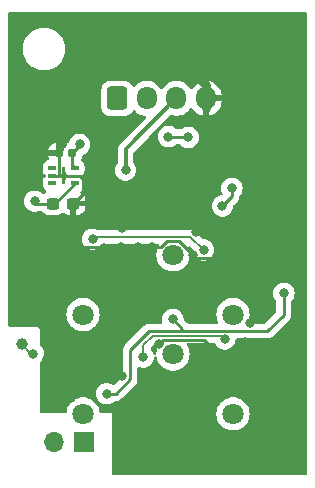
<source format=gbr>
%TF.GenerationSoftware,KiCad,Pcbnew,8.0.0*%
%TF.CreationDate,2024-03-24T11:45:01-04:00*%
%TF.ProjectId,sensor,73656e73-6f72-42e6-9b69-6361645f7063,rev?*%
%TF.SameCoordinates,Original*%
%TF.FileFunction,Copper,L2,Bot*%
%TF.FilePolarity,Positive*%
%FSLAX46Y46*%
G04 Gerber Fmt 4.6, Leading zero omitted, Abs format (unit mm)*
G04 Created by KiCad (PCBNEW 8.0.0) date 2024-03-24 11:45:01*
%MOMM*%
%LPD*%
G01*
G04 APERTURE LIST*
G04 Aperture macros list*
%AMRoundRect*
0 Rectangle with rounded corners*
0 $1 Rounding radius*
0 $2 $3 $4 $5 $6 $7 $8 $9 X,Y pos of 4 corners*
0 Add a 4 corners polygon primitive as box body*
4,1,4,$2,$3,$4,$5,$6,$7,$8,$9,$2,$3,0*
0 Add four circle primitives for the rounded corners*
1,1,$1+$1,$2,$3*
1,1,$1+$1,$4,$5*
1,1,$1+$1,$6,$7*
1,1,$1+$1,$8,$9*
0 Add four rect primitives between the rounded corners*
20,1,$1+$1,$2,$3,$4,$5,0*
20,1,$1+$1,$4,$5,$6,$7,0*
20,1,$1+$1,$6,$7,$8,$9,0*
20,1,$1+$1,$8,$9,$2,$3,0*%
G04 Aperture macros list end*
%TA.AperFunction,ComponentPad*%
%ADD10RoundRect,0.250000X-0.600000X-0.725000X0.600000X-0.725000X0.600000X0.725000X-0.600000X0.725000X0*%
%TD*%
%TA.AperFunction,ComponentPad*%
%ADD11O,1.700000X1.950000*%
%TD*%
%TA.AperFunction,ComponentPad*%
%ADD12R,1.700000X1.700000*%
%TD*%
%TA.AperFunction,ComponentPad*%
%ADD13O,1.700000X1.700000*%
%TD*%
%TA.AperFunction,SMDPad,CuDef*%
%ADD14C,1.000000*%
%TD*%
%TA.AperFunction,ComponentPad*%
%ADD15C,1.800000*%
%TD*%
%TA.AperFunction,SMDPad,CuDef*%
%ADD16RoundRect,0.237500X-0.300000X-0.237500X0.300000X-0.237500X0.300000X0.237500X-0.300000X0.237500X0*%
%TD*%
%TA.AperFunction,SMDPad,CuDef*%
%ADD17RoundRect,0.155000X0.212500X0.155000X-0.212500X0.155000X-0.212500X-0.155000X0.212500X-0.155000X0*%
%TD*%
%TA.AperFunction,SMDPad,CuDef*%
%ADD18RoundRect,0.100000X-0.225000X-0.100000X0.225000X-0.100000X0.225000X0.100000X-0.225000X0.100000X0*%
%TD*%
%TA.AperFunction,ViaPad*%
%ADD19C,0.800000*%
%TD*%
%TA.AperFunction,Conductor*%
%ADD20C,0.250000*%
%TD*%
%TA.AperFunction,Conductor*%
%ADD21C,0.300000*%
%TD*%
%TA.AperFunction,Conductor*%
%ADD22C,0.800000*%
%TD*%
%TA.AperFunction,Conductor*%
%ADD23C,0.160000*%
%TD*%
%TA.AperFunction,Conductor*%
%ADD24C,0.200000*%
%TD*%
G04 APERTURE END LIST*
D10*
%TO.P,J1,1,Pin_1*%
%TO.N,/+VIN*%
X87700000Y-57700000D03*
D11*
%TO.P,J1,2,Pin_2*%
%TO.N,/enable*%
X90200000Y-57700000D03*
%TO.P,J1,3,Pin_3*%
%TO.N,/sense*%
X92700000Y-57700000D03*
%TO.P,J1,4,Pin_4*%
%TO.N,GND*%
X95200000Y-57700000D03*
%TD*%
D12*
%TO.P,J2,1,Pin_1*%
%TO.N,Net-(J2-Pin_1)*%
X84900000Y-86800000D03*
D13*
%TO.P,J2,2,Pin_2*%
%TO.N,Net-(J2-Pin_2)*%
X82360000Y-86800000D03*
%TD*%
D14*
%TO.P,TP5,1,1*%
%TO.N,Net-(U1A--)*%
X79600000Y-78500000D03*
%TD*%
D15*
%TO.P,RV1,1,1*%
%TO.N,Net-(J2-Pin_1)*%
X84800000Y-84400000D03*
%TO.P,RV1,2,2*%
%TO.N,Net-(R4-Pad1)*%
X92420000Y-79340000D03*
%TO.P,RV1,3,3*%
X97500000Y-84400000D03*
%TD*%
D16*
%TO.P,C9,1*%
%TO.N,/+VDD*%
X82237500Y-66600000D03*
%TO.P,C9,2*%
%TO.N,GND*%
X83962500Y-66600000D03*
%TD*%
D17*
%TO.P,C8,1*%
%TO.N,/+VIN*%
X83867500Y-62300000D03*
%TO.P,C8,2*%
%TO.N,GND*%
X82732500Y-62300000D03*
%TD*%
D18*
%TO.P,U5,1,NC*%
%TO.N,unconnected-(U5-NC-Pad1)*%
X82200000Y-64900000D03*
%TO.P,U5,2,GND*%
%TO.N,GND*%
X82200000Y-64250000D03*
%TO.P,U5,3,NC*%
%TO.N,unconnected-(U5-NC-Pad3)*%
X82200000Y-63600000D03*
%TO.P,U5,4,IN*%
%TO.N,/+VIN*%
X84100000Y-63600000D03*
%TO.P,U5,5,OUT*%
%TO.N,/+VDD*%
X84100000Y-64900000D03*
%TD*%
D15*
%TO.P,RV2,1,1*%
%TO.N,Net-(R3-Pad1)*%
X84800000Y-76000000D03*
%TO.P,RV2,2,2*%
%TO.N,Net-(J2-Pin_1)*%
X92420000Y-70940000D03*
%TO.P,RV2,3,3*%
X97500000Y-76000000D03*
%TD*%
D19*
%TO.N,/+VDDA*%
X92400000Y-76400000D03*
X93700000Y-61000000D03*
X101800000Y-74200000D03*
X92030245Y-60930245D03*
X86800000Y-82700000D03*
%TO.N,GND*%
X79800000Y-71000000D03*
X98500000Y-78300000D03*
X90325098Y-64400000D03*
X98930372Y-76722600D03*
X86200000Y-80200000D03*
X91002500Y-66067598D03*
X89425000Y-70275000D03*
X81735078Y-79774801D03*
X90675000Y-70275000D03*
X95500000Y-62500000D03*
X91200000Y-78500000D03*
X87600000Y-76400000D03*
X80000000Y-74500000D03*
X86575000Y-70325000D03*
X83800000Y-83100000D03*
X98300000Y-69500000D03*
X94072548Y-70927452D03*
X100000000Y-74800000D03*
X93142097Y-82557903D03*
X100300000Y-70600000D03*
X95000000Y-82500000D03*
X87975000Y-70300000D03*
X88100000Y-68700000D03*
X89900000Y-82500000D03*
X94342493Y-68971115D03*
X83000000Y-61600000D03*
X88100000Y-81200000D03*
%TO.N,/+VDD*%
X80700000Y-66400000D03*
%TO.N,Net-(U1A--)*%
X80600000Y-79300000D03*
%TO.N,/+VIN*%
X84500000Y-61600000D03*
%TO.N,/sense*%
X88400000Y-63777400D03*
%TO.N,Net-(J2-Pin_1)*%
X96800000Y-78077400D03*
X89900000Y-79600000D03*
%TO.N,/ref2*%
X96602500Y-66800000D03*
X97402671Y-65297329D03*
%TO.N,Net-(R18-Pad2)*%
X95000000Y-70522600D03*
X85600000Y-69622600D03*
%TD*%
D20*
%TO.N,/+VDDA*%
X93200000Y-77200000D02*
X93200000Y-77400000D01*
X92400000Y-76400000D02*
X93200000Y-77200000D01*
X86800000Y-82700000D02*
X87557989Y-82700000D01*
X87557989Y-82700000D02*
X88777400Y-81480589D01*
X101800000Y-76000000D02*
X101800000Y-74200000D01*
X90400000Y-77400000D02*
X93200000Y-77400000D01*
X100400000Y-77400000D02*
X101800000Y-76000000D01*
X92030245Y-60930245D02*
X93630245Y-60930245D01*
X93200000Y-77400000D02*
X100400000Y-77400000D01*
X88777400Y-79022600D02*
X90400000Y-77400000D01*
X93630245Y-60930245D02*
X93700000Y-61000000D01*
X88777400Y-81480589D02*
X88777400Y-79022600D01*
%TO.N,GND*%
X83000000Y-62032500D02*
X82732500Y-62300000D01*
X79800000Y-71000000D02*
X80500000Y-70300000D01*
X91394904Y-70300000D02*
X91932304Y-69762600D01*
X82775000Y-64250000D02*
X82200000Y-64250000D01*
X83800000Y-83100000D02*
X85700000Y-81200000D01*
X83000000Y-61600000D02*
X83000000Y-62032500D01*
D21*
X91938878Y-66567500D02*
X91502402Y-66567500D01*
D20*
X87100000Y-80200000D02*
X88100000Y-81200000D01*
X91537400Y-78162600D02*
X95062600Y-78162600D01*
X80000000Y-74500000D02*
X80000000Y-71200000D01*
X95062600Y-78162600D02*
X97350000Y-80450000D01*
D22*
X83000000Y-58400000D02*
X83000000Y-61600000D01*
D20*
X82802400Y-64222600D02*
X82775000Y-64250000D01*
X82200000Y-64250000D02*
X84529800Y-64250000D01*
D23*
X94900000Y-82500000D02*
X95000000Y-82500000D01*
D20*
X97350000Y-80450000D02*
X95300000Y-82500000D01*
X87600000Y-76400000D02*
X87600000Y-80700000D01*
X86575000Y-70325000D02*
X86600000Y-70300000D01*
X98500000Y-79300000D02*
X97350000Y-80450000D01*
X94202500Y-66567500D02*
X91502402Y-66567500D01*
D22*
X95200000Y-56600000D02*
X92500000Y-53900000D01*
D20*
X82500000Y-70300000D02*
X86550000Y-70300000D01*
X90650000Y-70300000D02*
X90675000Y-70275000D01*
X81735078Y-79774801D02*
X82160277Y-80200000D01*
X98500000Y-78300000D02*
X98500000Y-79300000D01*
X82500000Y-70300000D02*
X83962500Y-68837500D01*
X98200000Y-69600000D02*
X98300000Y-69500000D01*
X88370098Y-68700000D02*
X91002500Y-66067598D01*
X93600000Y-64400000D02*
X90325098Y-64400000D01*
X82160277Y-80200000D02*
X86200000Y-80200000D01*
X92907696Y-69762600D02*
X94072548Y-70927452D01*
D22*
X95200000Y-58500000D02*
X95200000Y-56600000D01*
D20*
X91502402Y-66567500D02*
X91002500Y-66067598D01*
X87975000Y-70300000D02*
X89400000Y-70300000D01*
X90700000Y-70300000D02*
X91394904Y-70300000D01*
X99577400Y-73077400D02*
X98100000Y-71600000D01*
D23*
X100000000Y-74800000D02*
X99577400Y-74800000D01*
D22*
X87500000Y-53900000D02*
X83000000Y-58400000D01*
X92500000Y-53900000D02*
X87500000Y-53900000D01*
D20*
X91002500Y-66067598D02*
X91002500Y-65077402D01*
X99577400Y-76075572D02*
X99577400Y-74800000D01*
X89400000Y-70300000D02*
X89425000Y-70275000D01*
X84529800Y-64250000D02*
X84800000Y-64520200D01*
X94900000Y-82500000D02*
X89900000Y-82500000D01*
X86600000Y-70300000D02*
X87975000Y-70300000D01*
X88100000Y-68700000D02*
X88370098Y-68700000D01*
X80000000Y-71200000D02*
X79800000Y-71000000D01*
X86200000Y-80200000D02*
X87100000Y-80200000D01*
X91932304Y-69762600D02*
X92907696Y-69762600D01*
X98930372Y-76722600D02*
X99577400Y-76075572D01*
X89425000Y-70275000D02*
X89450000Y-70300000D01*
X87600000Y-80700000D02*
X88100000Y-81200000D01*
X95272500Y-66567500D02*
X95302500Y-66597500D01*
X82802400Y-62369900D02*
X82802400Y-64222600D01*
X83962500Y-68837500D02*
X83962500Y-66600000D01*
X84800000Y-65762500D02*
X83962500Y-66600000D01*
X84800000Y-64520200D02*
X84800000Y-65762500D01*
X85700000Y-81200000D02*
X88100000Y-81200000D01*
X99400000Y-70600000D02*
X98300000Y-69500000D01*
X98100000Y-71600000D02*
X98200000Y-71500000D01*
X89450000Y-70300000D02*
X90650000Y-70300000D01*
X82732500Y-62300000D02*
X82802400Y-62369900D01*
X95300000Y-82500000D02*
X95000000Y-82500000D01*
X94345096Y-71200000D02*
X97700000Y-71200000D01*
X100300000Y-70600000D02*
X99400000Y-70600000D01*
X90675000Y-70275000D02*
X90700000Y-70300000D01*
X80500000Y-70300000D02*
X82500000Y-70300000D01*
X94072548Y-70927452D02*
X94345096Y-71200000D01*
X98200000Y-71500000D02*
X98200000Y-69600000D01*
X91002500Y-65077402D02*
X90325098Y-64400000D01*
X97700000Y-71200000D02*
X98100000Y-71600000D01*
X95500000Y-62500000D02*
X93600000Y-64400000D01*
D21*
X94342493Y-68971115D02*
X91938878Y-66567500D01*
D20*
X86550000Y-70300000D02*
X86575000Y-70325000D01*
X91200000Y-78500000D02*
X91537400Y-78162600D01*
X99577400Y-74800000D02*
X99577400Y-73077400D01*
X94202500Y-66567500D02*
X95272500Y-66567500D01*
%TO.N,/+VDD*%
X82400000Y-66600000D02*
X84100000Y-64900000D01*
X80900000Y-66600000D02*
X82237500Y-66600000D01*
X80700000Y-66400000D02*
X80900000Y-66600000D01*
X82237500Y-66600000D02*
X82400000Y-66600000D01*
D24*
%TO.N,Net-(U1A--)*%
X80600000Y-79300000D02*
X80400000Y-79300000D01*
X80400000Y-79300000D02*
X79600000Y-78500000D01*
D20*
%TO.N,/+VIN*%
X84500000Y-61667500D02*
X83867500Y-62300000D01*
X84500000Y-61600000D02*
X84500000Y-61667500D01*
X83867500Y-62300000D02*
X83867500Y-63367500D01*
X83867500Y-63367500D02*
X84100000Y-63600000D01*
D21*
%TO.N,/sense*%
X88400000Y-63777400D02*
X88400000Y-62000000D01*
X88400000Y-62000000D02*
X92700000Y-57700000D01*
D23*
%TO.N,Net-(J2-Pin_1)*%
X89900000Y-78600000D02*
X90700000Y-77800000D01*
X90700000Y-77800000D02*
X96522600Y-77800000D01*
X89900000Y-79600000D02*
X89900000Y-78600000D01*
X96522600Y-77800000D02*
X96800000Y-78077400D01*
D20*
%TO.N,/ref2*%
X97402671Y-65297329D02*
X97402671Y-65999829D01*
X97402671Y-65999829D02*
X96602500Y-66800000D01*
D23*
%TO.N,Net-(R18-Pad2)*%
X93882600Y-69405200D02*
X95000000Y-70522600D01*
X85817400Y-69405200D02*
X93882600Y-69405200D01*
X85600000Y-69622600D02*
X85817400Y-69405200D01*
%TD*%
%TA.AperFunction,Conductor*%
%TO.N,GND*%
G36*
X91211874Y-78400185D02*
G01*
X91257629Y-78452989D01*
X91267573Y-78522147D01*
X91248644Y-78572321D01*
X91184077Y-78671149D01*
X91090842Y-78883699D01*
X91033866Y-79108691D01*
X91033864Y-79108703D01*
X91014352Y-79344184D01*
X90989199Y-79409369D01*
X90932797Y-79450607D01*
X90863053Y-79454805D01*
X90802112Y-79420631D01*
X90772845Y-79372262D01*
X90762360Y-79339993D01*
X90727179Y-79231716D01*
X90632533Y-79067784D01*
X90551601Y-78977900D01*
X90531528Y-78955606D01*
X90501298Y-78892614D01*
X90509923Y-78823279D01*
X90535994Y-78784956D01*
X90904132Y-78416819D01*
X90965455Y-78383334D01*
X90991813Y-78380500D01*
X91144835Y-78380500D01*
X91211874Y-78400185D01*
G37*
%TD.AperFunction*%
%TA.AperFunction,Conductor*%
G36*
X83230701Y-63498920D02*
G01*
X83264049Y-63545153D01*
X83265050Y-63547568D01*
X83274500Y-63595047D01*
X83274500Y-63739362D01*
X83289953Y-63856753D01*
X83289956Y-63856762D01*
X83298835Y-63878199D01*
X83350464Y-64002841D01*
X83446718Y-64128282D01*
X83477140Y-64151625D01*
X83518341Y-64208052D01*
X83522496Y-64277798D01*
X83488283Y-64338719D01*
X83477146Y-64348369D01*
X83446719Y-64371717D01*
X83446718Y-64371718D01*
X83350463Y-64497160D01*
X83289956Y-64643237D01*
X83289955Y-64643239D01*
X83274501Y-64760629D01*
X83274501Y-64760636D01*
X83274500Y-64760645D01*
X83274500Y-64789547D01*
X83254815Y-64856586D01*
X83238137Y-64877272D01*
X83237136Y-64878272D01*
X83175797Y-64911726D01*
X83106107Y-64906707D01*
X83050195Y-64864808D01*
X83025811Y-64799331D01*
X83025499Y-64790547D01*
X83025499Y-64760636D01*
X83010046Y-64643246D01*
X83010044Y-64643239D01*
X83010044Y-64643238D01*
X83001162Y-64621797D01*
X82993694Y-64552328D01*
X83001164Y-64526890D01*
X83009555Y-64506632D01*
X83009555Y-64506630D01*
X83017012Y-64450000D01*
X82974500Y-64450000D01*
X82907461Y-64430315D01*
X82876125Y-64401487D01*
X82853283Y-64371719D01*
X82853282Y-64371718D01*
X82822860Y-64348374D01*
X82781658Y-64291949D01*
X82777503Y-64222203D01*
X82811714Y-64161282D01*
X82822851Y-64151631D01*
X82853282Y-64128282D01*
X82865021Y-64112982D01*
X82876125Y-64098513D01*
X82932553Y-64057310D01*
X82974500Y-64050000D01*
X83017010Y-64050000D01*
X83017011Y-64049998D01*
X83009558Y-63993377D01*
X83009554Y-63993365D01*
X83001163Y-63973106D01*
X82993694Y-63903637D01*
X83001164Y-63878199D01*
X83010044Y-63856762D01*
X83025500Y-63739361D01*
X83025499Y-63592632D01*
X83045183Y-63525594D01*
X83097987Y-63479839D01*
X83167145Y-63469895D01*
X83230701Y-63498920D01*
G37*
%TD.AperFunction*%
%TA.AperFunction,Conductor*%
G36*
X103661539Y-50401185D02*
G01*
X103707294Y-50453989D01*
X103718500Y-50505500D01*
X103718500Y-89494500D01*
X103698815Y-89561539D01*
X103646011Y-89607294D01*
X103594500Y-89618500D01*
X87399000Y-89618500D01*
X87331961Y-89598815D01*
X87286206Y-89546011D01*
X87275000Y-89494500D01*
X87275000Y-84400006D01*
X96094700Y-84400006D01*
X96113864Y-84631297D01*
X96113866Y-84631308D01*
X96170842Y-84856300D01*
X96264075Y-85068848D01*
X96391016Y-85263147D01*
X96391019Y-85263151D01*
X96391021Y-85263153D01*
X96548216Y-85433913D01*
X96548219Y-85433915D01*
X96548222Y-85433918D01*
X96731365Y-85576464D01*
X96731371Y-85576468D01*
X96731374Y-85576470D01*
X96935497Y-85686936D01*
X97049487Y-85726068D01*
X97155015Y-85762297D01*
X97155017Y-85762297D01*
X97155019Y-85762298D01*
X97383951Y-85800500D01*
X97383952Y-85800500D01*
X97616048Y-85800500D01*
X97616049Y-85800500D01*
X97844981Y-85762298D01*
X98064503Y-85686936D01*
X98268626Y-85576470D01*
X98451784Y-85433913D01*
X98608979Y-85263153D01*
X98735924Y-85068849D01*
X98829157Y-84856300D01*
X98886134Y-84631305D01*
X98905300Y-84400000D01*
X98905300Y-84399993D01*
X98886135Y-84168702D01*
X98886133Y-84168691D01*
X98829157Y-83943699D01*
X98735924Y-83731151D01*
X98608983Y-83536852D01*
X98608980Y-83536849D01*
X98608979Y-83536847D01*
X98451784Y-83366087D01*
X98451779Y-83366083D01*
X98451777Y-83366081D01*
X98268634Y-83223535D01*
X98268628Y-83223531D01*
X98064504Y-83113064D01*
X98064495Y-83113061D01*
X97844984Y-83037702D01*
X97673282Y-83009050D01*
X97616049Y-82999500D01*
X97383951Y-82999500D01*
X97338164Y-83007140D01*
X97155015Y-83037702D01*
X96935504Y-83113061D01*
X96935495Y-83113064D01*
X96731371Y-83223531D01*
X96731365Y-83223535D01*
X96548222Y-83366081D01*
X96548219Y-83366084D01*
X96548216Y-83366086D01*
X96548216Y-83366087D01*
X96489267Y-83430122D01*
X96391016Y-83536852D01*
X96264075Y-83731151D01*
X96170842Y-83943699D01*
X96113866Y-84168691D01*
X96113864Y-84168702D01*
X96094700Y-84399993D01*
X96094700Y-84400006D01*
X87275000Y-84400006D01*
X87275000Y-84300000D01*
X87236317Y-84338682D01*
X87174997Y-84372166D01*
X87148638Y-84375000D01*
X86317379Y-84375000D01*
X86250340Y-84355315D01*
X86204585Y-84302511D01*
X86193803Y-84261240D01*
X86186135Y-84168703D01*
X86186133Y-84168691D01*
X86129157Y-83943699D01*
X86035924Y-83731151D01*
X85908983Y-83536852D01*
X85908980Y-83536849D01*
X85908979Y-83536847D01*
X85751784Y-83366087D01*
X85751779Y-83366083D01*
X85751777Y-83366081D01*
X85568634Y-83223535D01*
X85568628Y-83223531D01*
X85364504Y-83113064D01*
X85364495Y-83113061D01*
X85144984Y-83037702D01*
X84973282Y-83009050D01*
X84916049Y-82999500D01*
X84683951Y-82999500D01*
X84638164Y-83007140D01*
X84455015Y-83037702D01*
X84235504Y-83113061D01*
X84235495Y-83113064D01*
X84031371Y-83223531D01*
X84031365Y-83223535D01*
X83848222Y-83366081D01*
X83848219Y-83366084D01*
X83848216Y-83366086D01*
X83848216Y-83366087D01*
X83789267Y-83430122D01*
X83691016Y-83536852D01*
X83564075Y-83731151D01*
X83470842Y-83943699D01*
X83413866Y-84168691D01*
X83413864Y-84168703D01*
X83406197Y-84261240D01*
X83381044Y-84326425D01*
X83324642Y-84367663D01*
X83282621Y-84375000D01*
X81299000Y-84375000D01*
X81231961Y-84355315D01*
X81186206Y-84302511D01*
X81175000Y-84251000D01*
X81175000Y-82700000D01*
X85894540Y-82700000D01*
X85914326Y-82888256D01*
X85914327Y-82888259D01*
X85972818Y-83068277D01*
X85972821Y-83068284D01*
X86067467Y-83232216D01*
X86188000Y-83366081D01*
X86194129Y-83372888D01*
X86347265Y-83484148D01*
X86347270Y-83484151D01*
X86520192Y-83561142D01*
X86520197Y-83561144D01*
X86705354Y-83600500D01*
X86705355Y-83600500D01*
X86894644Y-83600500D01*
X86894646Y-83600500D01*
X87079803Y-83561144D01*
X87252730Y-83484151D01*
X87405871Y-83372888D01*
X87408788Y-83369647D01*
X87411600Y-83366526D01*
X87471087Y-83329879D01*
X87503748Y-83325500D01*
X87619596Y-83325500D01*
X87680018Y-83313481D01*
X87740441Y-83301463D01*
X87790485Y-83280734D01*
X87854275Y-83254312D01*
X87905498Y-83220084D01*
X87956722Y-83185858D01*
X88043847Y-83098733D01*
X88043847Y-83098731D01*
X88054055Y-83088524D01*
X88054056Y-83088521D01*
X89263258Y-81879322D01*
X89331712Y-81776874D01*
X89378863Y-81663040D01*
X89402901Y-81542195D01*
X89402901Y-81418982D01*
X89402901Y-81413872D01*
X89402900Y-81413846D01*
X89402900Y-80555340D01*
X89422585Y-80488301D01*
X89475389Y-80442546D01*
X89544547Y-80432602D01*
X89577335Y-80442060D01*
X89620197Y-80461144D01*
X89805354Y-80500500D01*
X89805355Y-80500500D01*
X89994644Y-80500500D01*
X89994646Y-80500500D01*
X90179803Y-80461144D01*
X90352730Y-80384151D01*
X90505871Y-80272888D01*
X90632533Y-80132216D01*
X90727179Y-79968284D01*
X90785674Y-79788256D01*
X90801858Y-79634266D01*
X90828441Y-79569655D01*
X90885738Y-79529670D01*
X90955557Y-79527010D01*
X91015731Y-79562519D01*
X91045383Y-79616790D01*
X91090841Y-79796295D01*
X91090841Y-79796296D01*
X91184075Y-80008848D01*
X91311016Y-80203147D01*
X91311019Y-80203151D01*
X91311021Y-80203153D01*
X91468216Y-80373913D01*
X91468219Y-80373915D01*
X91468222Y-80373918D01*
X91651365Y-80516464D01*
X91651371Y-80516468D01*
X91651374Y-80516470D01*
X91855497Y-80626936D01*
X91969487Y-80666068D01*
X92075015Y-80702297D01*
X92075017Y-80702297D01*
X92075019Y-80702298D01*
X92303951Y-80740500D01*
X92303952Y-80740500D01*
X92536048Y-80740500D01*
X92536049Y-80740500D01*
X92764981Y-80702298D01*
X92984503Y-80626936D01*
X93188626Y-80516470D01*
X93209145Y-80500500D01*
X93358634Y-80384148D01*
X93371784Y-80373913D01*
X93528979Y-80203153D01*
X93655924Y-80008849D01*
X93749157Y-79796300D01*
X93806134Y-79571305D01*
X93809584Y-79529670D01*
X93825300Y-79340006D01*
X93825300Y-79339993D01*
X93806135Y-79108702D01*
X93806133Y-79108691D01*
X93749157Y-78883699D01*
X93655923Y-78671149D01*
X93591356Y-78572321D01*
X93571168Y-78505431D01*
X93590349Y-78438246D01*
X93642808Y-78392096D01*
X93695165Y-78380500D01*
X95863596Y-78380500D01*
X95930635Y-78400185D01*
X95970983Y-78442500D01*
X95972820Y-78445682D01*
X95972821Y-78445684D01*
X96067467Y-78609616D01*
X96172543Y-78726314D01*
X96194129Y-78750288D01*
X96347265Y-78861548D01*
X96347270Y-78861551D01*
X96520192Y-78938542D01*
X96520197Y-78938544D01*
X96705354Y-78977900D01*
X96705355Y-78977900D01*
X96894644Y-78977900D01*
X96894646Y-78977900D01*
X97079803Y-78938544D01*
X97252730Y-78861551D01*
X97405871Y-78750288D01*
X97532533Y-78609616D01*
X97627179Y-78445684D01*
X97685674Y-78265656D01*
X97699244Y-78136536D01*
X97725829Y-78071924D01*
X97783126Y-78031939D01*
X97822565Y-78025500D01*
X100461607Y-78025500D01*
X100522029Y-78013481D01*
X100582452Y-78001463D01*
X100639816Y-77977702D01*
X100639817Y-77977701D01*
X100639819Y-77977701D01*
X100696281Y-77954314D01*
X100696280Y-77954314D01*
X100696286Y-77954312D01*
X100747509Y-77920084D01*
X100798733Y-77885858D01*
X100885858Y-77798733D01*
X100885859Y-77798731D01*
X100892925Y-77791665D01*
X100892928Y-77791661D01*
X102198729Y-76485860D01*
X102198733Y-76485858D01*
X102285858Y-76398733D01*
X102326176Y-76338393D01*
X102354312Y-76296286D01*
X102401463Y-76182451D01*
X102425500Y-76061607D01*
X102425500Y-75938393D01*
X102425500Y-74898687D01*
X102445185Y-74831648D01*
X102457350Y-74815715D01*
X102475891Y-74795122D01*
X102532533Y-74732216D01*
X102627179Y-74568284D01*
X102685674Y-74388256D01*
X102705460Y-74200000D01*
X102685674Y-74011744D01*
X102627179Y-73831716D01*
X102532533Y-73667784D01*
X102405871Y-73527112D01*
X102405870Y-73527111D01*
X102252734Y-73415851D01*
X102252729Y-73415848D01*
X102079807Y-73338857D01*
X102079802Y-73338855D01*
X101934001Y-73307865D01*
X101894646Y-73299500D01*
X101705354Y-73299500D01*
X101672897Y-73306398D01*
X101520197Y-73338855D01*
X101520192Y-73338857D01*
X101347270Y-73415848D01*
X101347265Y-73415851D01*
X101194129Y-73527111D01*
X101067466Y-73667785D01*
X100972821Y-73831715D01*
X100972818Y-73831722D01*
X100914327Y-74011740D01*
X100914326Y-74011744D01*
X100894540Y-74200000D01*
X100914326Y-74388256D01*
X100914327Y-74388259D01*
X100972818Y-74568277D01*
X100972821Y-74568284D01*
X101067467Y-74732216D01*
X101110772Y-74780310D01*
X101142650Y-74815715D01*
X101172880Y-74878706D01*
X101174500Y-74898687D01*
X101174500Y-75689548D01*
X101154815Y-75756587D01*
X101138181Y-75777229D01*
X100177229Y-76738181D01*
X100115906Y-76771666D01*
X100089548Y-76774500D01*
X98879378Y-76774500D01*
X98812339Y-76754815D01*
X98766584Y-76702011D01*
X98756640Y-76632853D01*
X98765822Y-76600690D01*
X98829157Y-76456300D01*
X98848568Y-76379650D01*
X98886134Y-76231305D01*
X98887755Y-76211744D01*
X98905300Y-76000006D01*
X98905300Y-75999993D01*
X98886135Y-75768702D01*
X98886133Y-75768691D01*
X98829157Y-75543699D01*
X98735924Y-75331151D01*
X98608983Y-75136852D01*
X98608980Y-75136849D01*
X98608979Y-75136847D01*
X98451784Y-74966087D01*
X98451779Y-74966083D01*
X98451777Y-74966081D01*
X98268634Y-74823535D01*
X98268628Y-74823531D01*
X98064504Y-74713064D01*
X98064495Y-74713061D01*
X97844984Y-74637702D01*
X97673282Y-74609050D01*
X97616049Y-74599500D01*
X97383951Y-74599500D01*
X97338164Y-74607140D01*
X97155015Y-74637702D01*
X96935504Y-74713061D01*
X96935495Y-74713064D01*
X96731371Y-74823531D01*
X96731365Y-74823535D01*
X96548222Y-74966081D01*
X96548219Y-74966084D01*
X96391016Y-75136852D01*
X96264075Y-75331151D01*
X96170842Y-75543699D01*
X96113866Y-75768691D01*
X96113864Y-75768702D01*
X96094700Y-75999993D01*
X96094700Y-76000006D01*
X96113864Y-76231297D01*
X96113866Y-76231308D01*
X96170842Y-76456300D01*
X96234178Y-76600690D01*
X96243081Y-76669990D01*
X96213104Y-76733102D01*
X96153764Y-76769989D01*
X96120622Y-76774500D01*
X93710454Y-76774500D01*
X93643415Y-76754815D01*
X93622773Y-76738181D01*
X93595637Y-76711045D01*
X93595606Y-76711016D01*
X93338960Y-76454370D01*
X93305475Y-76393047D01*
X93303323Y-76379671D01*
X93285674Y-76211744D01*
X93227179Y-76031716D01*
X93132533Y-75867784D01*
X93005871Y-75727112D01*
X93005870Y-75727111D01*
X92852734Y-75615851D01*
X92852729Y-75615848D01*
X92679807Y-75538857D01*
X92679802Y-75538855D01*
X92534001Y-75507865D01*
X92494646Y-75499500D01*
X92305354Y-75499500D01*
X92272897Y-75506398D01*
X92120197Y-75538855D01*
X92120192Y-75538857D01*
X91947270Y-75615848D01*
X91947265Y-75615851D01*
X91794129Y-75727111D01*
X91667466Y-75867785D01*
X91572821Y-76031715D01*
X91572818Y-76031722D01*
X91514327Y-76211740D01*
X91514326Y-76211744D01*
X91494540Y-76400000D01*
X91514326Y-76588256D01*
X91514327Y-76588259D01*
X91522100Y-76612182D01*
X91524095Y-76682023D01*
X91488015Y-76741856D01*
X91425314Y-76772684D01*
X91404169Y-76774500D01*
X90338393Y-76774500D01*
X90325125Y-76777139D01*
X90325124Y-76777138D01*
X90217554Y-76798535D01*
X90217541Y-76798539D01*
X90185262Y-76811909D01*
X90170397Y-76818067D01*
X90148169Y-76827274D01*
X90103713Y-76845688D01*
X90093557Y-76852475D01*
X90093449Y-76852547D01*
X90001268Y-76914140D01*
X89964409Y-76951000D01*
X89914142Y-77001267D01*
X89914139Y-77001270D01*
X88378670Y-78536739D01*
X88378667Y-78536742D01*
X88350201Y-78565208D01*
X88291542Y-78623866D01*
X88288647Y-78628199D01*
X88259948Y-78671151D01*
X88235317Y-78708012D01*
X88223087Y-78726315D01*
X88223085Y-78726318D01*
X88175940Y-78840138D01*
X88175935Y-78840154D01*
X88152808Y-78956427D01*
X88152807Y-78956432D01*
X88151901Y-78960983D01*
X88151900Y-78960998D01*
X88151900Y-81170136D01*
X88132215Y-81237175D01*
X88115581Y-81257817D01*
X87446246Y-81927151D01*
X87384923Y-81960636D01*
X87315231Y-81955652D01*
X87285680Y-81939788D01*
X87252734Y-81915851D01*
X87252729Y-81915848D01*
X87079807Y-81838857D01*
X87079802Y-81838855D01*
X86934001Y-81807865D01*
X86894646Y-81799500D01*
X86705354Y-81799500D01*
X86672897Y-81806398D01*
X86520197Y-81838855D01*
X86520192Y-81838857D01*
X86347270Y-81915848D01*
X86347265Y-81915851D01*
X86194129Y-82027111D01*
X86067466Y-82167785D01*
X85972821Y-82331715D01*
X85972818Y-82331722D01*
X85914327Y-82511740D01*
X85914326Y-82511744D01*
X85894540Y-82700000D01*
X81175000Y-82700000D01*
X81175000Y-80054772D01*
X81194685Y-79987733D01*
X81206841Y-79971810D01*
X81332533Y-79832216D01*
X81427179Y-79668284D01*
X81485674Y-79488256D01*
X81505460Y-79300000D01*
X81485674Y-79111744D01*
X81427179Y-78931716D01*
X81332533Y-78767784D01*
X81206850Y-78628199D01*
X81176620Y-78565208D01*
X81175000Y-78545227D01*
X81175000Y-77300000D01*
X80950000Y-77075000D01*
X78605500Y-77075000D01*
X78538461Y-77055315D01*
X78492706Y-77002511D01*
X78481500Y-76951000D01*
X78481500Y-76000006D01*
X83394700Y-76000006D01*
X83413864Y-76231297D01*
X83413866Y-76231308D01*
X83470842Y-76456300D01*
X83564075Y-76668848D01*
X83691016Y-76863147D01*
X83691019Y-76863151D01*
X83691021Y-76863153D01*
X83848216Y-77033913D01*
X83848219Y-77033915D01*
X83848222Y-77033918D01*
X84031365Y-77176464D01*
X84031371Y-77176468D01*
X84031374Y-77176470D01*
X84235497Y-77286936D01*
X84349487Y-77326068D01*
X84455015Y-77362297D01*
X84455017Y-77362297D01*
X84455019Y-77362298D01*
X84683951Y-77400500D01*
X84683952Y-77400500D01*
X84916048Y-77400500D01*
X84916049Y-77400500D01*
X85144981Y-77362298D01*
X85364503Y-77286936D01*
X85568626Y-77176470D01*
X85751784Y-77033913D01*
X85908979Y-76863153D01*
X86035924Y-76668849D01*
X86129157Y-76456300D01*
X86186134Y-76231305D01*
X86187755Y-76211744D01*
X86205300Y-76000006D01*
X86205300Y-75999993D01*
X86186135Y-75768702D01*
X86186133Y-75768691D01*
X86129157Y-75543699D01*
X86035924Y-75331151D01*
X85908983Y-75136852D01*
X85908980Y-75136849D01*
X85908979Y-75136847D01*
X85751784Y-74966087D01*
X85751779Y-74966083D01*
X85751777Y-74966081D01*
X85568634Y-74823535D01*
X85568628Y-74823531D01*
X85364504Y-74713064D01*
X85364495Y-74713061D01*
X85144984Y-74637702D01*
X84973282Y-74609050D01*
X84916049Y-74599500D01*
X84683951Y-74599500D01*
X84638164Y-74607140D01*
X84455015Y-74637702D01*
X84235504Y-74713061D01*
X84235495Y-74713064D01*
X84031371Y-74823531D01*
X84031365Y-74823535D01*
X83848222Y-74966081D01*
X83848219Y-74966084D01*
X83691016Y-75136852D01*
X83564075Y-75331151D01*
X83470842Y-75543699D01*
X83413866Y-75768691D01*
X83413864Y-75768702D01*
X83394700Y-75999993D01*
X83394700Y-76000006D01*
X78481500Y-76000006D01*
X78481500Y-69622600D01*
X84694540Y-69622600D01*
X84714326Y-69810856D01*
X84714327Y-69810859D01*
X84772818Y-69990877D01*
X84772821Y-69990884D01*
X84867467Y-70154816D01*
X84955968Y-70253106D01*
X84994129Y-70295488D01*
X85147265Y-70406748D01*
X85147270Y-70406751D01*
X85320192Y-70483742D01*
X85320197Y-70483744D01*
X85505354Y-70523100D01*
X85505355Y-70523100D01*
X85694644Y-70523100D01*
X85694646Y-70523100D01*
X85879803Y-70483744D01*
X86052730Y-70406751D01*
X86205871Y-70295488D01*
X86332533Y-70154816D01*
X86348392Y-70127347D01*
X86394377Y-70047700D01*
X86444944Y-69999484D01*
X86501764Y-69985700D01*
X91141438Y-69985700D01*
X91208477Y-70005385D01*
X91254232Y-70058189D01*
X91264176Y-70127347D01*
X91245247Y-70177521D01*
X91184075Y-70271151D01*
X91090842Y-70483699D01*
X91033866Y-70708691D01*
X91033864Y-70708702D01*
X91014700Y-70939993D01*
X91014700Y-70940006D01*
X91033864Y-71171297D01*
X91033866Y-71171308D01*
X91090842Y-71396300D01*
X91184075Y-71608848D01*
X91311016Y-71803147D01*
X91311019Y-71803151D01*
X91311021Y-71803153D01*
X91468216Y-71973913D01*
X91468219Y-71973915D01*
X91468222Y-71973918D01*
X91651365Y-72116464D01*
X91651371Y-72116468D01*
X91651374Y-72116470D01*
X91855497Y-72226936D01*
X91969487Y-72266068D01*
X92075015Y-72302297D01*
X92075017Y-72302297D01*
X92075019Y-72302298D01*
X92303951Y-72340500D01*
X92303952Y-72340500D01*
X92536048Y-72340500D01*
X92536049Y-72340500D01*
X92764981Y-72302298D01*
X92984503Y-72226936D01*
X93188626Y-72116470D01*
X93371784Y-71973913D01*
X93528979Y-71803153D01*
X93655924Y-71608849D01*
X93749157Y-71396300D01*
X93806134Y-71171305D01*
X93806135Y-71171297D01*
X93825300Y-70940006D01*
X93825300Y-70939993D01*
X93806135Y-70708702D01*
X93806133Y-70708691D01*
X93804712Y-70703082D01*
X93749157Y-70483700D01*
X93708317Y-70390596D01*
X93699415Y-70321297D01*
X93729392Y-70258185D01*
X93788731Y-70221298D01*
X93858593Y-70222348D01*
X93909555Y-70253106D01*
X94060755Y-70404306D01*
X94094240Y-70465629D01*
X94096395Y-70504946D01*
X94094540Y-70522600D01*
X94114326Y-70710856D01*
X94114327Y-70710859D01*
X94172818Y-70890877D01*
X94172821Y-70890884D01*
X94267467Y-71054816D01*
X94372357Y-71171308D01*
X94394129Y-71195488D01*
X94547265Y-71306748D01*
X94547270Y-71306751D01*
X94720192Y-71383742D01*
X94720197Y-71383744D01*
X94905354Y-71423100D01*
X94905355Y-71423100D01*
X95094644Y-71423100D01*
X95094646Y-71423100D01*
X95279803Y-71383744D01*
X95452730Y-71306751D01*
X95605871Y-71195488D01*
X95732533Y-71054816D01*
X95827179Y-70890884D01*
X95885674Y-70710856D01*
X95905460Y-70522600D01*
X95885674Y-70334344D01*
X95831112Y-70166423D01*
X95827181Y-70154322D01*
X95827180Y-70154321D01*
X95827179Y-70154316D01*
X95732533Y-69990384D01*
X95605871Y-69849712D01*
X95605870Y-69849711D01*
X95452734Y-69738451D01*
X95452729Y-69738448D01*
X95279807Y-69661457D01*
X95279802Y-69661455D01*
X95134001Y-69630465D01*
X95094646Y-69622100D01*
X95094645Y-69622100D01*
X94971813Y-69622100D01*
X94904774Y-69602415D01*
X94884132Y-69585781D01*
X94239037Y-68940686D01*
X94239036Y-68940685D01*
X94239035Y-68940684D01*
X94106667Y-68864261D01*
X94106666Y-68864260D01*
X94069754Y-68854370D01*
X94032844Y-68844480D01*
X94032841Y-68844479D01*
X94001643Y-68836119D01*
X93959025Y-68824700D01*
X93959024Y-68824700D01*
X86048207Y-68824700D01*
X85997771Y-68813979D01*
X85879807Y-68761457D01*
X85879802Y-68761455D01*
X85734001Y-68730465D01*
X85694646Y-68722100D01*
X85505354Y-68722100D01*
X85472897Y-68728998D01*
X85320197Y-68761455D01*
X85320192Y-68761457D01*
X85147270Y-68838448D01*
X85147265Y-68838451D01*
X84994129Y-68949711D01*
X84867466Y-69090385D01*
X84772821Y-69254315D01*
X84772818Y-69254322D01*
X84714327Y-69434340D01*
X84714326Y-69434344D01*
X84694540Y-69622600D01*
X78481500Y-69622600D01*
X78481500Y-66400000D01*
X79794540Y-66400000D01*
X79814326Y-66588256D01*
X79814327Y-66588259D01*
X79872818Y-66768277D01*
X79872821Y-66768284D01*
X79967467Y-66932216D01*
X80094129Y-67072888D01*
X80247265Y-67184148D01*
X80247270Y-67184151D01*
X80420192Y-67261142D01*
X80420197Y-67261144D01*
X80605354Y-67300500D01*
X80605355Y-67300500D01*
X80794644Y-67300500D01*
X80794646Y-67300500D01*
X80979803Y-67261144D01*
X81020921Y-67242836D01*
X81035781Y-67236221D01*
X81086217Y-67225500D01*
X81240519Y-67225500D01*
X81307558Y-67245185D01*
X81346058Y-67284404D01*
X81354660Y-67298350D01*
X81476650Y-67420340D01*
X81623484Y-67510908D01*
X81787247Y-67565174D01*
X81888323Y-67575500D01*
X82586676Y-67575499D01*
X82586684Y-67575498D01*
X82586687Y-67575498D01*
X82642030Y-67569844D01*
X82687753Y-67565174D01*
X82851516Y-67510908D01*
X82998350Y-67420340D01*
X83012671Y-67406018D01*
X83073989Y-67372533D01*
X83143681Y-67377514D01*
X83188034Y-67406017D01*
X83201961Y-67419944D01*
X83201965Y-67419947D01*
X83348688Y-67510448D01*
X83348699Y-67510453D01*
X83512347Y-67564680D01*
X83613351Y-67574999D01*
X83712500Y-67574998D01*
X83712500Y-66850000D01*
X84212500Y-66850000D01*
X84212500Y-67574999D01*
X84311640Y-67574999D01*
X84311654Y-67574998D01*
X84412652Y-67564680D01*
X84576300Y-67510453D01*
X84576311Y-67510448D01*
X84723034Y-67419947D01*
X84723038Y-67419944D01*
X84844944Y-67298038D01*
X84844947Y-67298034D01*
X84935448Y-67151311D01*
X84935453Y-67151300D01*
X84989680Y-66987652D01*
X84999999Y-66886654D01*
X85000000Y-66886641D01*
X85000000Y-66850000D01*
X84212500Y-66850000D01*
X83712500Y-66850000D01*
X83712500Y-66800000D01*
X95697040Y-66800000D01*
X95716826Y-66988256D01*
X95716827Y-66988259D01*
X95775318Y-67168277D01*
X95775321Y-67168284D01*
X95869967Y-67332216D01*
X95996629Y-67472888D01*
X96149765Y-67584148D01*
X96149770Y-67584151D01*
X96322692Y-67661142D01*
X96322697Y-67661144D01*
X96507854Y-67700500D01*
X96507855Y-67700500D01*
X96697144Y-67700500D01*
X96697146Y-67700500D01*
X96882303Y-67661144D01*
X97055230Y-67584151D01*
X97208371Y-67472888D01*
X97335033Y-67332216D01*
X97429679Y-67168284D01*
X97488174Y-66988256D01*
X97505821Y-66820344D01*
X97532404Y-66755734D01*
X97541441Y-66745648D01*
X97888529Y-66398562D01*
X97956983Y-66296114D01*
X97989525Y-66217549D01*
X98004134Y-66182281D01*
X98008299Y-66161340D01*
X98012502Y-66140213D01*
X98012502Y-66140210D01*
X98028172Y-66061435D01*
X98028172Y-65996014D01*
X98047857Y-65928975D01*
X98060023Y-65913041D01*
X98069996Y-65901965D01*
X98135204Y-65829545D01*
X98229850Y-65665613D01*
X98288345Y-65485585D01*
X98308131Y-65297329D01*
X98288345Y-65109073D01*
X98229850Y-64929045D01*
X98135204Y-64765113D01*
X98008542Y-64624441D01*
X98008541Y-64624440D01*
X97855405Y-64513180D01*
X97855400Y-64513177D01*
X97682478Y-64436186D01*
X97682473Y-64436184D01*
X97519231Y-64401487D01*
X97497317Y-64396829D01*
X97308025Y-64396829D01*
X97286111Y-64401487D01*
X97122868Y-64436184D01*
X97122863Y-64436186D01*
X96949941Y-64513177D01*
X96949936Y-64513180D01*
X96796800Y-64624440D01*
X96670137Y-64765114D01*
X96575492Y-64929044D01*
X96575489Y-64929051D01*
X96516998Y-65109069D01*
X96516997Y-65109073D01*
X96497211Y-65297329D01*
X96516997Y-65485585D01*
X96516998Y-65485588D01*
X96575489Y-65665606D01*
X96575492Y-65665613D01*
X96603460Y-65714055D01*
X96619933Y-65781956D01*
X96597080Y-65847983D01*
X96542159Y-65891173D01*
X96514200Y-65898098D01*
X96514211Y-65898149D01*
X96512692Y-65898471D01*
X96509046Y-65899375D01*
X96507852Y-65899500D01*
X96322697Y-65938855D01*
X96322692Y-65938857D01*
X96149770Y-66015848D01*
X96149765Y-66015851D01*
X95996629Y-66127111D01*
X95869966Y-66267785D01*
X95775321Y-66431715D01*
X95775318Y-66431722D01*
X95717688Y-66609090D01*
X95716826Y-66611744D01*
X95697040Y-66800000D01*
X83712500Y-66800000D01*
X83712500Y-66474000D01*
X83732185Y-66406961D01*
X83784989Y-66361206D01*
X83836500Y-66350000D01*
X84999999Y-66350000D01*
X84999999Y-66313360D01*
X84999998Y-66313345D01*
X84989680Y-66212347D01*
X84935453Y-66048699D01*
X84935448Y-66048688D01*
X84844947Y-65901965D01*
X84844944Y-65901961D01*
X84723037Y-65780054D01*
X84638739Y-65728058D01*
X84592015Y-65676110D01*
X84580794Y-65607147D01*
X84608637Y-65543065D01*
X84628347Y-65524147D01*
X84753282Y-65428282D01*
X84849536Y-65302841D01*
X84910044Y-65156762D01*
X84925500Y-65039361D01*
X84925499Y-64760640D01*
X84925499Y-64760638D01*
X84925499Y-64760636D01*
X84910046Y-64643246D01*
X84910044Y-64643239D01*
X84910044Y-64643238D01*
X84849536Y-64497159D01*
X84753282Y-64371718D01*
X84722860Y-64348374D01*
X84681658Y-64291949D01*
X84677503Y-64222203D01*
X84711714Y-64161282D01*
X84722851Y-64151631D01*
X84753282Y-64128282D01*
X84849536Y-64002841D01*
X84910044Y-63856762D01*
X84925500Y-63739361D01*
X84925499Y-63460640D01*
X84925499Y-63460638D01*
X84925499Y-63460636D01*
X84910046Y-63343246D01*
X84910044Y-63343239D01*
X84910044Y-63343238D01*
X84849536Y-63197159D01*
X84753282Y-63071718D01*
X84650307Y-62992702D01*
X84609106Y-62936276D01*
X84604951Y-62866530D01*
X84619062Y-62831209D01*
X84686370Y-62717400D01*
X84732576Y-62558358D01*
X84733001Y-62552956D01*
X84757880Y-62487667D01*
X84806180Y-62449399D01*
X84952730Y-62384151D01*
X85105871Y-62272888D01*
X85232533Y-62132216D01*
X85327179Y-61968284D01*
X85385674Y-61788256D01*
X85405460Y-61600000D01*
X85385674Y-61411744D01*
X85327179Y-61231716D01*
X85232533Y-61067784D01*
X85105871Y-60927112D01*
X85105870Y-60927111D01*
X84952734Y-60815851D01*
X84952729Y-60815848D01*
X84779807Y-60738857D01*
X84779802Y-60738855D01*
X84634001Y-60707865D01*
X84594646Y-60699500D01*
X84405354Y-60699500D01*
X84372897Y-60706398D01*
X84220197Y-60738855D01*
X84220192Y-60738857D01*
X84047270Y-60815848D01*
X84047265Y-60815851D01*
X83894129Y-60927111D01*
X83767466Y-61067785D01*
X83672821Y-61231715D01*
X83672818Y-61231722D01*
X83612318Y-61417924D01*
X83609540Y-61417021D01*
X83582301Y-61467326D01*
X83528908Y-61499028D01*
X83392605Y-61538628D01*
X83392596Y-61538631D01*
X83362627Y-61556355D01*
X83294903Y-61573536D01*
X83236389Y-61556355D01*
X83207199Y-61539093D01*
X83207194Y-61539091D01*
X83048283Y-61492922D01*
X83048277Y-61492921D01*
X83011157Y-61490000D01*
X82982500Y-61490000D01*
X82982500Y-62426000D01*
X82962815Y-62493039D01*
X82910011Y-62538794D01*
X82858500Y-62550000D01*
X81867270Y-62550000D01*
X81867921Y-62558281D01*
X81914090Y-62717194D01*
X81914091Y-62717195D01*
X81920128Y-62727403D01*
X81937309Y-62795127D01*
X81915149Y-62861390D01*
X81860683Y-62905152D01*
X81829581Y-62913462D01*
X81818245Y-62914954D01*
X81818237Y-62914956D01*
X81672160Y-62975463D01*
X81546718Y-63071718D01*
X81450463Y-63197160D01*
X81389956Y-63343237D01*
X81389955Y-63343239D01*
X81374500Y-63460638D01*
X81374500Y-63739363D01*
X81389953Y-63856753D01*
X81389956Y-63856762D01*
X81398837Y-63878203D01*
X81406304Y-63947673D01*
X81398838Y-63973103D01*
X81390443Y-63993370D01*
X81382987Y-64050000D01*
X81425500Y-64050000D01*
X81492539Y-64069685D01*
X81523875Y-64098513D01*
X81538176Y-64117150D01*
X81546718Y-64128282D01*
X81577140Y-64151625D01*
X81618341Y-64208052D01*
X81622496Y-64277798D01*
X81588283Y-64338719D01*
X81577146Y-64348369D01*
X81546718Y-64371718D01*
X81546717Y-64371719D01*
X81546716Y-64371720D01*
X81523875Y-64401487D01*
X81467447Y-64442690D01*
X81425500Y-64450000D01*
X81382990Y-64450000D01*
X81382988Y-64450001D01*
X81390441Y-64506622D01*
X81390445Y-64506634D01*
X81398837Y-64526895D01*
X81406304Y-64596364D01*
X81398838Y-64621794D01*
X81389956Y-64643238D01*
X81389955Y-64643239D01*
X81374500Y-64760638D01*
X81374500Y-65039363D01*
X81389953Y-65156753D01*
X81389956Y-65156762D01*
X81450464Y-65302841D01*
X81546718Y-65428282D01*
X81621397Y-65485585D01*
X81626662Y-65489625D01*
X81667865Y-65546053D01*
X81672020Y-65615799D01*
X81637808Y-65676719D01*
X81616274Y-65693538D01*
X81485306Y-65774321D01*
X81417913Y-65792761D01*
X81351250Y-65771838D01*
X81328058Y-65751753D01*
X81305875Y-65727115D01*
X81305869Y-65727110D01*
X81152734Y-65615851D01*
X81152729Y-65615848D01*
X80979807Y-65538857D01*
X80979802Y-65538855D01*
X80834001Y-65507865D01*
X80794646Y-65499500D01*
X80605354Y-65499500D01*
X80572897Y-65506398D01*
X80420197Y-65538855D01*
X80420192Y-65538857D01*
X80247270Y-65615848D01*
X80247265Y-65615851D01*
X80094129Y-65727111D01*
X79967466Y-65867785D01*
X79872821Y-66031715D01*
X79872818Y-66031722D01*
X79823899Y-66182281D01*
X79814326Y-66211744D01*
X79794540Y-66400000D01*
X78481500Y-66400000D01*
X78481500Y-62050000D01*
X81867270Y-62050000D01*
X82482500Y-62050000D01*
X82482500Y-61490000D01*
X82453842Y-61490000D01*
X82416722Y-61492921D01*
X82416716Y-61492922D01*
X82257805Y-61539091D01*
X82257802Y-61539092D01*
X82115357Y-61623333D01*
X82115349Y-61623339D01*
X81998339Y-61740349D01*
X81998333Y-61740357D01*
X81914092Y-61882802D01*
X81914090Y-61882805D01*
X81867921Y-62041718D01*
X81867270Y-62050000D01*
X78481500Y-62050000D01*
X78481500Y-58475001D01*
X86349500Y-58475001D01*
X86349501Y-58475018D01*
X86360000Y-58577796D01*
X86360001Y-58577799D01*
X86405894Y-58716294D01*
X86415186Y-58744334D01*
X86507288Y-58893656D01*
X86631344Y-59017712D01*
X86780666Y-59109814D01*
X86947203Y-59164999D01*
X87049991Y-59175500D01*
X88350008Y-59175499D01*
X88452797Y-59164999D01*
X88619334Y-59109814D01*
X88768656Y-59017712D01*
X88892712Y-58893656D01*
X88984814Y-58744334D01*
X88984814Y-58744331D01*
X88988178Y-58738879D01*
X89040126Y-58692154D01*
X89109088Y-58680931D01*
X89173170Y-58708774D01*
X89181398Y-58716294D01*
X89320213Y-58855109D01*
X89492179Y-58980048D01*
X89492181Y-58980049D01*
X89492184Y-58980051D01*
X89681588Y-59076557D01*
X89883757Y-59142246D01*
X89883760Y-59142246D01*
X89883761Y-59142247D01*
X89946793Y-59152230D01*
X90035359Y-59166257D01*
X90098493Y-59196186D01*
X90135425Y-59255497D01*
X90134427Y-59325360D01*
X90103642Y-59376411D01*
X87894727Y-61585325D01*
X87894724Y-61585328D01*
X87864378Y-61630744D01*
X87864379Y-61630745D01*
X87823534Y-61691874D01*
X87774499Y-61810255D01*
X87774497Y-61810261D01*
X87749500Y-61935928D01*
X87749500Y-63106478D01*
X87729815Y-63173517D01*
X87717650Y-63189450D01*
X87667466Y-63245185D01*
X87572821Y-63409115D01*
X87572818Y-63409122D01*
X87514327Y-63589140D01*
X87514326Y-63589144D01*
X87494540Y-63777400D01*
X87514326Y-63965656D01*
X87514327Y-63965659D01*
X87572818Y-64145677D01*
X87572821Y-64145684D01*
X87667467Y-64309616D01*
X87787288Y-64442690D01*
X87794129Y-64450288D01*
X87947265Y-64561548D01*
X87947270Y-64561551D01*
X88120192Y-64638542D01*
X88120197Y-64638544D01*
X88305354Y-64677900D01*
X88305355Y-64677900D01*
X88494644Y-64677900D01*
X88494646Y-64677900D01*
X88679803Y-64638544D01*
X88852730Y-64561551D01*
X89005871Y-64450288D01*
X89132533Y-64309616D01*
X89227179Y-64145684D01*
X89285674Y-63965656D01*
X89305460Y-63777400D01*
X89285674Y-63589144D01*
X89227179Y-63409116D01*
X89132533Y-63245184D01*
X89082350Y-63189450D01*
X89052120Y-63126458D01*
X89050500Y-63106478D01*
X89050500Y-62320807D01*
X89070185Y-62253768D01*
X89086814Y-62233131D01*
X90389700Y-60930245D01*
X91124785Y-60930245D01*
X91144571Y-61118501D01*
X91144572Y-61118504D01*
X91203063Y-61298522D01*
X91203066Y-61298529D01*
X91297712Y-61462461D01*
X91397725Y-61573536D01*
X91424374Y-61603133D01*
X91577510Y-61714393D01*
X91577515Y-61714396D01*
X91750437Y-61791387D01*
X91750442Y-61791389D01*
X91935599Y-61830745D01*
X91935600Y-61830745D01*
X92124889Y-61830745D01*
X92124891Y-61830745D01*
X92310048Y-61791389D01*
X92482975Y-61714396D01*
X92636116Y-61603133D01*
X92641843Y-61596773D01*
X92641845Y-61596771D01*
X92701332Y-61560124D01*
X92733993Y-61555745D01*
X92933444Y-61555745D01*
X93000483Y-61575430D01*
X93025594Y-61596773D01*
X93094123Y-61672883D01*
X93094130Y-61672889D01*
X93247265Y-61784148D01*
X93247270Y-61784151D01*
X93420192Y-61861142D01*
X93420197Y-61861144D01*
X93605354Y-61900500D01*
X93605355Y-61900500D01*
X93794644Y-61900500D01*
X93794646Y-61900500D01*
X93979803Y-61861144D01*
X94152730Y-61784151D01*
X94305871Y-61672888D01*
X94432533Y-61532216D01*
X94527179Y-61368284D01*
X94585674Y-61188256D01*
X94605460Y-61000000D01*
X94585674Y-60811744D01*
X94527179Y-60631716D01*
X94432533Y-60467784D01*
X94305871Y-60327112D01*
X94305870Y-60327111D01*
X94152734Y-60215851D01*
X94152729Y-60215848D01*
X93979807Y-60138857D01*
X93979802Y-60138855D01*
X93834001Y-60107865D01*
X93794646Y-60099500D01*
X93605354Y-60099500D01*
X93572897Y-60106398D01*
X93420197Y-60138855D01*
X93420192Y-60138857D01*
X93247270Y-60215848D01*
X93247265Y-60215851D01*
X93157510Y-60281063D01*
X93091704Y-60304543D01*
X93084625Y-60304745D01*
X92733993Y-60304745D01*
X92666954Y-60285060D01*
X92641845Y-60263719D01*
X92636118Y-60257359D01*
X92636114Y-60257355D01*
X92482979Y-60146096D01*
X92482974Y-60146093D01*
X92310052Y-60069102D01*
X92310047Y-60069100D01*
X92164246Y-60038110D01*
X92124891Y-60029745D01*
X91935599Y-60029745D01*
X91903142Y-60036643D01*
X91750442Y-60069100D01*
X91750437Y-60069102D01*
X91577515Y-60146093D01*
X91577510Y-60146096D01*
X91424374Y-60257356D01*
X91297711Y-60398030D01*
X91203066Y-60561960D01*
X91203063Y-60561967D01*
X91144572Y-60741985D01*
X91144571Y-60741989D01*
X91124785Y-60930245D01*
X90389700Y-60930245D01*
X92174503Y-59145441D01*
X92235824Y-59111958D01*
X92300497Y-59115192D01*
X92383757Y-59142246D01*
X92593713Y-59175500D01*
X92593714Y-59175500D01*
X92806286Y-59175500D01*
X92806287Y-59175500D01*
X93016243Y-59142246D01*
X93218412Y-59076557D01*
X93407816Y-58980051D01*
X93429789Y-58964086D01*
X93579786Y-58855109D01*
X93579788Y-58855106D01*
X93579792Y-58855104D01*
X93730104Y-58704792D01*
X93849991Y-58539779D01*
X93905320Y-58497115D01*
X93974933Y-58491136D01*
X94036729Y-58523741D01*
X94050627Y-58539781D01*
X94170272Y-58704459D01*
X94170276Y-58704464D01*
X94320535Y-58854723D01*
X94320540Y-58854727D01*
X94492442Y-58979620D01*
X94681782Y-59076095D01*
X94883871Y-59141757D01*
X94950000Y-59152231D01*
X94950000Y-58104145D01*
X95016657Y-58142630D01*
X95137465Y-58175000D01*
X95262535Y-58175000D01*
X95383343Y-58142630D01*
X95450000Y-58104145D01*
X95450000Y-59152230D01*
X95516126Y-59141757D01*
X95516129Y-59141757D01*
X95718217Y-59076095D01*
X95907557Y-58979620D01*
X96079459Y-58854727D01*
X96079464Y-58854723D01*
X96229723Y-58704464D01*
X96229727Y-58704459D01*
X96354620Y-58532557D01*
X96451095Y-58343217D01*
X96516757Y-58141130D01*
X96516757Y-58141127D01*
X96547030Y-57950000D01*
X95604146Y-57950000D01*
X95642630Y-57883343D01*
X95675000Y-57762535D01*
X95675000Y-57637465D01*
X95642630Y-57516657D01*
X95604146Y-57450000D01*
X96547030Y-57450000D01*
X96516757Y-57258872D01*
X96516757Y-57258869D01*
X96451095Y-57056782D01*
X96354620Y-56867442D01*
X96229727Y-56695540D01*
X96229723Y-56695535D01*
X96079464Y-56545276D01*
X96079459Y-56545272D01*
X95907557Y-56420379D01*
X95718215Y-56323903D01*
X95516124Y-56258241D01*
X95450000Y-56247768D01*
X95450000Y-57295854D01*
X95383343Y-57257370D01*
X95262535Y-57225000D01*
X95137465Y-57225000D01*
X95016657Y-57257370D01*
X94950000Y-57295854D01*
X94950000Y-56247768D01*
X94949999Y-56247768D01*
X94883875Y-56258241D01*
X94681784Y-56323903D01*
X94492442Y-56420379D01*
X94320540Y-56545272D01*
X94320535Y-56545276D01*
X94170276Y-56695535D01*
X94170272Y-56695540D01*
X94050627Y-56860218D01*
X93995297Y-56902884D01*
X93925684Y-56908863D01*
X93863889Y-56876257D01*
X93849991Y-56860218D01*
X93730109Y-56695214D01*
X93730105Y-56695209D01*
X93579786Y-56544890D01*
X93407820Y-56419951D01*
X93218414Y-56323444D01*
X93218413Y-56323443D01*
X93218412Y-56323443D01*
X93016243Y-56257754D01*
X93016241Y-56257753D01*
X93016240Y-56257753D01*
X92854957Y-56232208D01*
X92806287Y-56224500D01*
X92593713Y-56224500D01*
X92545042Y-56232208D01*
X92383760Y-56257753D01*
X92181585Y-56323444D01*
X91992179Y-56419951D01*
X91820213Y-56544890D01*
X91669894Y-56695209D01*
X91669890Y-56695214D01*
X91550318Y-56859793D01*
X91494989Y-56902459D01*
X91425375Y-56908438D01*
X91363580Y-56875833D01*
X91349682Y-56859793D01*
X91230109Y-56695214D01*
X91230105Y-56695209D01*
X91079786Y-56544890D01*
X90907820Y-56419951D01*
X90718414Y-56323444D01*
X90718413Y-56323443D01*
X90718412Y-56323443D01*
X90516243Y-56257754D01*
X90516241Y-56257753D01*
X90516240Y-56257753D01*
X90354957Y-56232208D01*
X90306287Y-56224500D01*
X90093713Y-56224500D01*
X90045042Y-56232208D01*
X89883760Y-56257753D01*
X89681585Y-56323444D01*
X89492179Y-56419951D01*
X89320215Y-56544889D01*
X89181398Y-56683706D01*
X89120075Y-56717190D01*
X89050383Y-56712206D01*
X88994450Y-56670334D01*
X88988178Y-56661120D01*
X88892712Y-56506344D01*
X88768657Y-56382289D01*
X88768656Y-56382288D01*
X88619334Y-56290186D01*
X88452797Y-56235001D01*
X88452795Y-56235000D01*
X88350010Y-56224500D01*
X87049998Y-56224500D01*
X87049981Y-56224501D01*
X86947203Y-56235000D01*
X86947200Y-56235001D01*
X86780668Y-56290185D01*
X86780663Y-56290187D01*
X86631342Y-56382289D01*
X86507289Y-56506342D01*
X86415187Y-56655663D01*
X86415185Y-56655668D01*
X86410325Y-56670334D01*
X86360001Y-56822203D01*
X86360001Y-56822204D01*
X86360000Y-56822204D01*
X86349500Y-56924983D01*
X86349500Y-58475001D01*
X78481500Y-58475001D01*
X78481500Y-53618004D01*
X79699500Y-53618004D01*
X79699501Y-53618020D01*
X79730306Y-53852010D01*
X79791394Y-54079993D01*
X79881714Y-54298045D01*
X79881719Y-54298056D01*
X79952677Y-54420957D01*
X79999727Y-54502450D01*
X79999729Y-54502453D01*
X79999730Y-54502454D01*
X80143406Y-54689697D01*
X80143412Y-54689704D01*
X80310295Y-54856587D01*
X80310301Y-54856592D01*
X80497550Y-55000273D01*
X80628918Y-55076118D01*
X80701943Y-55118280D01*
X80701948Y-55118282D01*
X80701951Y-55118284D01*
X80920007Y-55208606D01*
X81147986Y-55269693D01*
X81381989Y-55300500D01*
X81381996Y-55300500D01*
X81618004Y-55300500D01*
X81618011Y-55300500D01*
X81852014Y-55269693D01*
X82079993Y-55208606D01*
X82298049Y-55118284D01*
X82502450Y-55000273D01*
X82689699Y-54856592D01*
X82856592Y-54689699D01*
X83000273Y-54502450D01*
X83118284Y-54298049D01*
X83208606Y-54079993D01*
X83269693Y-53852014D01*
X83300500Y-53618011D01*
X83300500Y-53381989D01*
X83269693Y-53147986D01*
X83208606Y-52920007D01*
X83118284Y-52701951D01*
X83118282Y-52701948D01*
X83118280Y-52701943D01*
X83076118Y-52628918D01*
X83000273Y-52497550D01*
X82856592Y-52310301D01*
X82856587Y-52310295D01*
X82689704Y-52143412D01*
X82689697Y-52143406D01*
X82502454Y-51999730D01*
X82502453Y-51999729D01*
X82502450Y-51999727D01*
X82420957Y-51952677D01*
X82298056Y-51881719D01*
X82298045Y-51881714D01*
X82079993Y-51791394D01*
X81852010Y-51730306D01*
X81618020Y-51699501D01*
X81618017Y-51699500D01*
X81618011Y-51699500D01*
X81381989Y-51699500D01*
X81381983Y-51699500D01*
X81381979Y-51699501D01*
X81147989Y-51730306D01*
X80920006Y-51791394D01*
X80701954Y-51881714D01*
X80701943Y-51881719D01*
X80497545Y-51999730D01*
X80310302Y-52143406D01*
X80310295Y-52143412D01*
X80143412Y-52310295D01*
X80143406Y-52310302D01*
X79999730Y-52497545D01*
X79881719Y-52701943D01*
X79881714Y-52701954D01*
X79791394Y-52920006D01*
X79730306Y-53147989D01*
X79699501Y-53381979D01*
X79699500Y-53381995D01*
X79699500Y-53618004D01*
X78481500Y-53618004D01*
X78481500Y-50505500D01*
X78501185Y-50438461D01*
X78553989Y-50392706D01*
X78605500Y-50381500D01*
X103594500Y-50381500D01*
X103661539Y-50401185D01*
G37*
%TD.AperFunction*%
%TD*%
M02*

</source>
